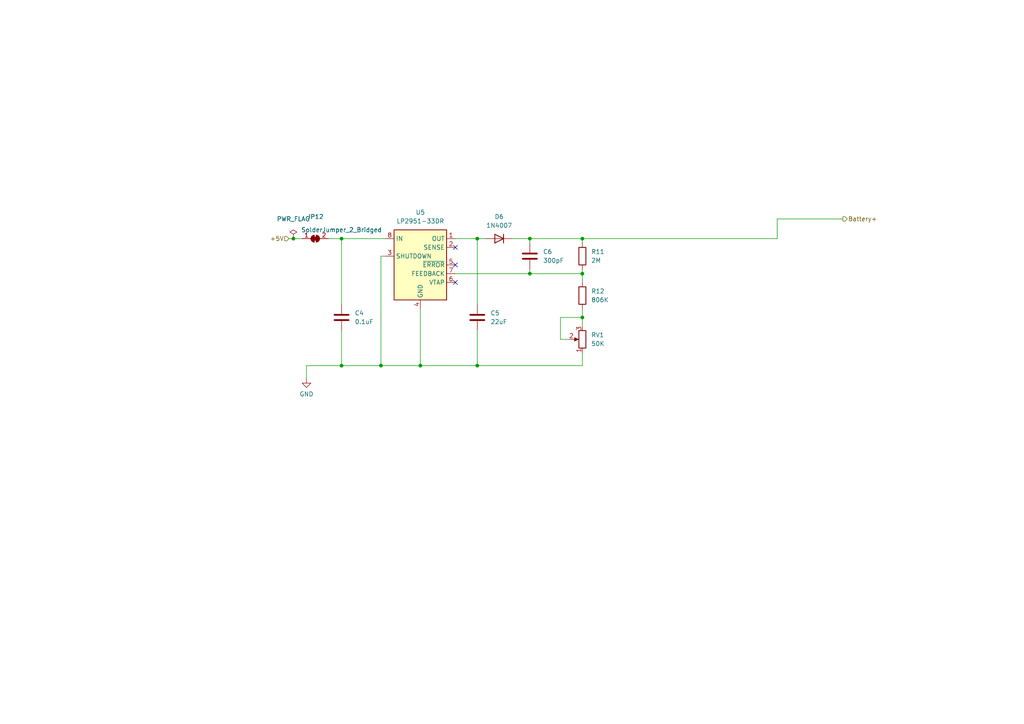
<source format=kicad_sch>
(kicad_sch (version 20211123) (generator eeschema)
  (paper "A4")
  (lib_symbols
    (symbol "Device:C" (pin_numbers hide) (pin_names (offset 0.254))
      (property "Reference" "C" (at 0.635 2.54 0))
      (property "Value" "C" (at 0.635 -2.54 0))
      (symbol "C_0_1"
        (polyline (pts (xy -2.032 -0.762) (xy 2.032 -0.762)) (stroke (width 0.508)))
        (polyline (pts (xy -2.032 0.762) (xy 2.032 0.762)) (stroke (width 0.508)))
      )
      (symbol "C_1_1"
        (pin passive line (at 0 3.81 270) (length 2.794) (name "~") (number "1"))
        (pin passive line (at 0 -3.81 90) (length 2.794) (name "~") (number "2"))
      )
    )
    (symbol "Device:R" (pin_numbers hide) (pin_names (offset 0))
      (property "Reference" "R" (at 2.032 0 90))
      (property "Value" "R" (at 0 0 90))
      (symbol "R_0_1"
        (rectangle (start -1.016 -2.54) (end 1.016 2.54) (stroke (width 0.254)))
      )
      (symbol "R_1_1"
        (pin passive line (at 0 3.81 270) (length 1.27) (name "~") (number "1"))
        (pin passive line (at 0 -3.81 90) (length 1.27) (name "~") (number "2"))
      )
    )
    (symbol "Device:R_Potentiometer" (pin_names (offset 1.016) hide)
      (property "Reference" "RV" (at -4.445 0 90))
      (property "Value" "R_Potentiometer" (at -2.54 0 90))
      (symbol "R_Potentiometer_0_1"
        (polyline (pts (xy 2.54 0) (xy 1.524 0)))
        (polyline (pts (xy 1.143 0) (xy 2.286 0.508) (xy 2.286 -0.508) (xy 1.143 0)) (fill (type outline)))
        (rectangle (start 1.016 2.54) (end -1.016 -2.54) (stroke (width 0.254)))
      )
      (symbol "R_Potentiometer_1_1"
        (pin passive line (at 0 3.81 270) (length 1.27) (name "1") (number "1"))
        (pin passive line (at 3.81 0 180) (length 1.27) (name "2") (number "2"))
        (pin passive line (at 0 -3.81 90) (length 1.27) (name "3") (number "3"))
      )
    )
    (symbol "Diode:1N4007" (pin_numbers hide) (pin_names (offset 1.016) hide)
      (property "Reference" "D" (at 0 2.54 0))
      (property "Value" "1N4007" (at 0 -2.54 0))
      (symbol "1N4007_0_1"
        (polyline (pts (xy -1.27 1.27) (xy -1.27 -1.27)) (stroke (width 0.254)))
        (polyline (pts (xy 1.27 0) (xy -1.27 0)))
        (polyline (pts (xy 1.27 1.27) (xy 1.27 -1.27) (xy -1.27 0) (xy 1.27 1.27)) (stroke (width 0.254)))
      )
      (symbol "1N4007_1_1"
        (pin passive line (at -3.81 0 0) (length 2.54) (name "K") (number "1"))
        (pin passive line (at 3.81 0 180) (length 2.54) (name "A") (number "2"))
      )
    )
    (symbol "Jumper:SolderJumper_2_Bridged" (pin_names (offset 0) hide)
      (property "Reference" "JP" (at 0 2.032 0))
      (property "Value" "SolderJumper_2_Bridged" (at 0 -2.54 0))
      (symbol "SolderJumper_2_Bridged_0_1"
        (rectangle (start -0.508 0.508) (end 0.508 -0.508) (fill (type outline)))
        (arc (start -0.254 1.016) (mid -1.27 0) (end -0.254 -1.016))
        (arc (start -0.254 1.016) (mid -1.27 0) (end -0.254 -1.016) (fill (type outline)))
        (polyline (pts (xy -0.254 1.016) (xy -0.254 -1.016)))
        (polyline (pts (xy 0.254 1.016) (xy 0.254 -1.016)))
        (arc (start 0.254 -1.016) (mid 1.27 0) (end 0.254 1.016))
        (arc (start 0.254 -1.016) (mid 1.27 0) (end 0.254 1.016) (fill (type outline)))
      )
      (symbol "SolderJumper_2_Bridged_1_1"
        (pin passive line (at -3.81 0 0) (length 2.54) (name "A") (number "1"))
        (pin passive line (at 3.81 0 180) (length 2.54) (name "B") (number "2"))
      )
    )
    (symbol "Regulator_Linear:LP2951-3.3_DIP"
      (property "Reference" "U" (at -6.35 11.43 0))
      (property "Value" "LP2951-3.3_DIP" (at 1.27 11.43 0))
      (symbol "LP2951-3.3_DIP_0_1"
        (rectangle (start -7.62 10.16) (end 7.62 -10.16) (stroke (width 0.254)) (fill (type background)))
      )
      (symbol "LP2951-3.3_DIP_1_1"
        (pin power_out line (at 10.16 7.62 180) (length 2.54) (name "OUT") (number "1"))
        (pin passive line (at 10.16 5.08 180) (length 2.54) (name "SENSE") (number "2"))
        (pin input line (at -10.16 2.54 0) (length 2.54) (name "SHUTDOWN") (number "3"))
        (pin power_in line (at 0 -12.7 90) (length 2.54) (name "GND") (number "4"))
        (pin open_collector line (at 10.16 0 180) (length 2.54) (name "~{ERROR}") (number "5"))
        (pin input line (at 10.16 -5.08 180) (length 2.54) (name "VTAP") (number "6"))
        (pin input line (at 10.16 -2.54 180) (length 2.54) (name "FEEDBACK") (number "7"))
        (pin power_in line (at -10.16 7.62 0) (length 2.54) (name "IN") (number "8"))
      )
    )
    (symbol "power:GND" (power) (pin_names (offset 0))
      (property "Value" "GND" (at 0 -3.81 0))
      (symbol "GND_0_1"
        (polyline (pts (xy 0 0) (xy 0 -1.27) (xy 1.27 -1.27) (xy 0 -2.54) (xy -1.27 -1.27) (xy 0 -1.27)))
      )
      (symbol "GND_1_1"
        (pin power_in line (at 0 0 270) (length 0) hide (name "GND") (number "1"))
      )
    )
    (symbol "power:PWR_FLAG" (power) (pin_numbers hide) (pin_names (offset 0) hide)
      (property "Value" "PWR_FLAG" (at 0 3.81 0))
      (symbol "PWR_FLAG_0_0"
        (pin power_out line (at 0 0 90) (length 0) (name "pwr") (number "1"))
      )
      (symbol "PWR_FLAG_0_1"
        (polyline (pts (xy 0 0) (xy 0 1.27) (xy -1.016 1.905) (xy 0 2.54) (xy 1.016 1.905) (xy 0 1.27)))
      )
    )
  )
  (junction (at 168.91 92.075))
  (junction (at 138.43 69.215))
  (junction (at 153.67 79.375))
  (junction (at 121.92 106.045))
  (junction (at 99.06 69.215))
  (junction (at 85.09 69.215))
  (junction (at 138.43 106.045))
  (junction (at 99.06 106.045))
  (junction (at 168.91 79.375))
  (junction (at 168.91 69.215))
  (junction (at 110.49 106.045))
  (junction (at 153.67 69.215))
  (no_connect (at 132.08 76.835))
  (no_connect (at 132.08 81.915))
  (no_connect (at 132.08 71.755))
  (wire (pts (xy 162.56 98.425) (xy 162.56 92.075)))
  (wire (pts (xy 138.43 69.215) (xy 138.43 88.265)))
  (wire (pts (xy 83.82 69.215) (xy 85.09 69.215)))
  (wire (pts (xy 99.06 88.265) (xy 99.06 69.215)))
  (wire (pts (xy 111.76 74.295) (xy 110.49 74.295)))
  (wire (pts (xy 99.06 106.045) (xy 110.49 106.045)))
  (wire (pts (xy 132.08 69.215) (xy 138.43 69.215)))
  (wire (pts (xy 153.67 69.215) (xy 168.91 69.215)))
  (wire (pts (xy 153.67 70.485) (xy 153.67 69.215)))
  (wire (pts (xy 85.09 69.215) (xy 87.63 69.215)))
  (wire (pts (xy 168.91 69.215) (xy 168.91 70.485)))
  (wire (pts (xy 168.91 69.215) (xy 225.425 69.215)))
  (wire (pts (xy 138.43 106.045) (xy 168.91 106.045)))
  (wire (pts (xy 95.25 69.215) (xy 99.06 69.215)))
  (wire (pts (xy 165.1 98.425) (xy 162.56 98.425)))
  (wire (pts (xy 168.91 92.075) (xy 168.91 94.615)))
  (wire (pts (xy 88.9 109.855) (xy 88.9 106.045)))
  (wire (pts (xy 153.67 69.215) (xy 148.59 69.215)))
  (wire (pts (xy 110.49 74.295) (xy 110.49 106.045)))
  (wire (pts (xy 225.425 69.215) (xy 225.425 63.5)))
  (wire (pts (xy 138.43 69.215) (xy 140.97 69.215)))
  (wire (pts (xy 132.08 79.375) (xy 153.67 79.375)))
  (wire (pts (xy 225.425 63.5) (xy 244.475 63.5)))
  (wire (pts (xy 153.67 79.375) (xy 168.91 79.375)))
  (wire (pts (xy 162.56 92.075) (xy 168.91 92.075)))
  (wire (pts (xy 121.92 89.535) (xy 121.92 106.045)))
  (wire (pts (xy 88.9 106.045) (xy 99.06 106.045)))
  (wire (pts (xy 168.91 106.045) (xy 168.91 102.235)))
  (wire (pts (xy 168.91 89.535) (xy 168.91 92.075)))
  (wire (pts (xy 110.49 106.045) (xy 121.92 106.045)))
  (wire (pts (xy 168.91 79.375) (xy 168.91 81.915)))
  (wire (pts (xy 121.92 106.045) (xy 138.43 106.045)))
  (wire (pts (xy 99.06 69.215) (xy 111.76 69.215)))
  (wire (pts (xy 153.67 78.105) (xy 153.67 79.375)))
  (wire (pts (xy 99.06 95.885) (xy 99.06 106.045)))
  (wire (pts (xy 168.91 78.105) (xy 168.91 79.375)))
  (wire (pts (xy 138.43 95.885) (xy 138.43 106.045)))
  (hierarchical_label "+5V" (shape input) (at 83.82 69.215 180))
  (hierarchical_label "Battery+" (shape output) (at 244.475 63.5 0))
  (symbol (lib_id "Device:C") (at 99.06 92.075 0) (unit 1)
    (property "Reference" "C4" (at 102.87 90.8049 0) (effects (justify left)))
    (property "Value" "0.1uF" (at 102.87 93.3449 0) (effects (justify left)))
    (property "Footprint" "Capacitor_SMD:C_0402_1005Metric" (effects hide))
  )
  (symbol (lib_id "Device:C") (at 138.43 92.075 0) (unit 1)
    (property "Reference" "C5" (at 142.24 90.8049 0) (effects (justify left)))
    (property "Value" "22uF" (at 142.24 93.3449 0) (effects (justify left)))
    (property "Footprint" "Capacitor_SMD:C_0603_1608Metric" (effects hide))
  )
  (symbol (lib_id "Device:R") (at 168.91 74.295 0) (unit 1)
    (property "Reference" "R11" (at 171.45 73.0249 0) (effects (justify left)))
    (property "Value" "2M" (at 171.45 75.5649 0) (effects (justify left)))
    (property "Footprint" "Resistor_SMD:R_0402_1005Metric" (effects hide))
  )
  (symbol (lib_id "power:GND") (at 88.9 109.855 0) (unit 1)
    (property "Reference" "#PWR033" (effects hide))
    (property "Value" "GND" (at 88.9 114.2984 0))
  )
  (symbol (lib_id "Regulator_Linear:LP2951-3.3_DIP") (at 121.92 76.835 0) (unit 1)
    (property "Reference" "U5" (at 121.92 61.595 0))
    (property "Value" "LP2951-33DR" (at 121.92 64.135 0))
    (property "Footprint" "Package_SO:SOIC-8_3.9x4.9mm_P1.27mm" (effects hide))
    (property "Datasheet" "http://www.ti.com/lit/ds/symlink/lp2951.pdf" (effects hide))
  )
  (symbol (lib_id "Device:R") (at 168.91 85.725 0) (unit 1)
    (property "Reference" "R12" (at 171.45 84.4549 0) (effects (justify left)))
    (property "Value" "806K" (at 171.45 86.9949 0) (effects (justify left)))
    (property "Footprint" "Resistor_SMD:R_0402_1005Metric" (effects hide))
  )
  (symbol (lib_id "power:PWR_FLAG") (at 85.09 69.215 0) (unit 1)
    (property "Reference" "#FLG03" (effects hide))
    (property "Value" "PWR_FLAG" (at 85.09 63.5 0))
  )
  (symbol (lib_id "Diode:1N4007") (at 144.78 69.215 180) (unit 1)
    (property "Reference" "D6" (at 144.78 62.865 0))
    (property "Value" "1N4007" (at 144.78 65.405 0))
    (property "Footprint" "Diode_THT:D_DO-41_SOD81_P10.16mm_Horizontal" (effects hide))
    (property "Datasheet" "http://www.vishay.com/docs/88503/1n4001.pdf" (effects hide))
  )
  (symbol (lib_id "Device:R_Potentiometer") (at 168.91 98.425 180) (unit 1)
    (property "Reference" "RV1" (at 171.45 97.1549 0) (effects (justify right)))
    (property "Value" "50K" (at 171.45 99.6949 0) (effects (justify right)))
  )
  (symbol (lib_id "Jumper:SolderJumper_2_Bridged") (at 91.44 69.215 0) (unit 1)
    (property "Reference" "JP12" (at 91.44 62.865 0))
    (property "Value" "SolderJumper_2_Bridged" (at 99.06 66.675 0))
    (property "Footprint" "Jumper:SolderJumper-2_P1.3mm_Bridged2Bar_Pad1.0x1.5mm" (effects hide))
  )
  (symbol (lib_id "Device:C") (at 153.67 74.295 0) (unit 1)
    (property "Reference" "C6" (at 157.48 73.0249 0) (effects (justify left)))
    (property "Value" "300pF" (at 157.48 75.5649 0) (effects (justify left)))
    (property "Footprint" "Capacitor_SMD:C_0402_1005Metric" (effects hide))
  )
)
</source>
